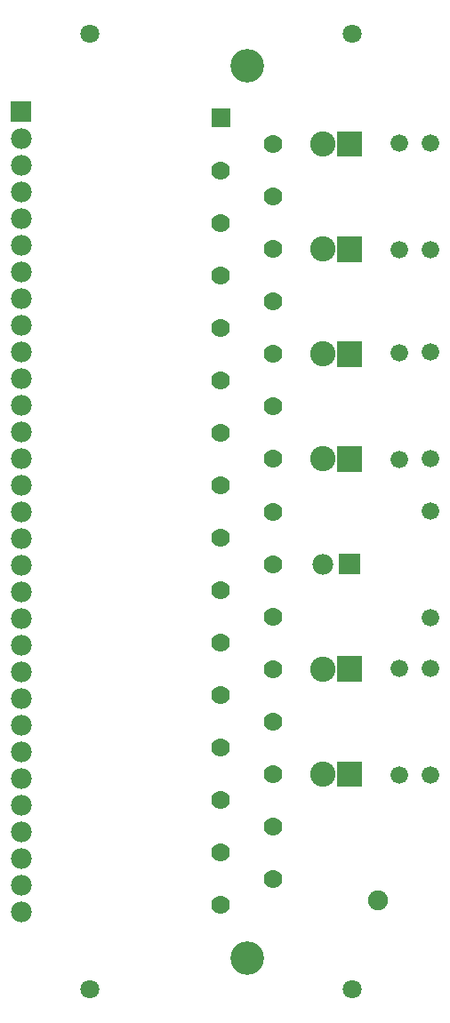
<source format=gts>
G04 start of page 7 for group -4063 idx -4063 *
G04 Title: 01.002.00.01.01.pcb, componentmask *
G04 Creator: pcb 4.1.2 *
G04 CreationDate: Sat Sep  1 10:17:40 2018 UTC *
G04 For: bert *
G04 Format: Gerber/RS-274X *
G04 PCB-Dimensions (mil): 1968.50 3937.01 *
G04 PCB-Coordinate-Origin: lower left *
%MOIN*%
%FSLAX25Y25*%
%LNGTS*%
%ADD43C,0.1260*%
%ADD42C,0.0700*%
%ADD41C,0.0750*%
%ADD40C,0.0780*%
%ADD39C,0.0710*%
%ADD38C,0.0950*%
%ADD37C,0.0001*%
%ADD36C,0.0660*%
G54D36*X157480Y334961D03*
G54D37*G36*
X134108Y339396D02*Y329896D01*
X143608D01*
Y339396D01*
X134108D01*
G37*
G54D38*X128858Y334646D03*
G54D37*G36*
X134108Y300026D02*Y290526D01*
X143608D01*
Y300026D01*
X134108D01*
G37*
G54D38*X128858Y295276D03*
G54D36*X169291Y294961D03*
Y334961D03*
X157480Y294961D03*
Y256221D03*
Y216221D03*
G54D39*X139764Y375985D03*
G54D37*G36*
X134108Y260656D02*Y251156D01*
X143608D01*
Y260656D01*
X134108D01*
G37*
G54D38*X128858Y255906D03*
G54D39*X41339Y375985D03*
G54D37*G36*
X11848Y350751D02*Y342951D01*
X19648D01*
Y350751D01*
X11848D01*
G37*
G54D40*X15748Y336851D03*
Y326851D03*
Y316851D03*
Y306851D03*
Y296851D03*
Y286851D03*
Y276851D03*
Y266851D03*
Y256851D03*
Y246851D03*
Y236851D03*
Y226851D03*
Y216851D03*
G54D36*X169291Y157166D03*
Y138111D03*
X157480D03*
X169291Y197166D03*
Y216536D03*
Y256536D03*
G54D37*G36*
X134958Y181066D02*Y173266D01*
X142758D01*
Y181066D01*
X134958D01*
G37*
G54D40*X128858Y177166D03*
G54D37*G36*
X134108Y221286D02*Y211786D01*
X143608D01*
Y221286D01*
X134108D01*
G37*
G54D38*X128858Y216536D03*
G54D36*X169291Y98111D03*
X157480D03*
G54D37*G36*
X134108Y103176D02*Y93676D01*
X143608D01*
Y103176D01*
X134108D01*
G37*
G54D38*X128858Y98426D03*
G54D37*G36*
X134108Y142546D02*Y133046D01*
X143608D01*
Y142546D01*
X134108D01*
G37*
G54D41*X149606Y51181D03*
G54D38*X128858Y137796D03*
G54D37*G36*
X87051Y347988D02*Y340988D01*
X94051D01*
Y347988D01*
X87051D01*
G37*
G54D42*X110235Y334646D03*
X90551Y324803D03*
Y305118D03*
Y285433D03*
G54D43*X100394Y364174D03*
G54D42*X110235Y314961D03*
Y295276D03*
Y275591D03*
Y255906D03*
Y236221D03*
Y216536D03*
X90551Y265748D03*
Y246063D03*
Y226378D03*
X110235Y196851D03*
Y177166D03*
Y157481D03*
Y137796D03*
X90551Y206693D03*
Y187008D03*
Y167323D03*
Y147638D03*
Y127953D03*
Y108268D03*
Y88583D03*
Y68898D03*
X110235Y118111D03*
Y98426D03*
Y78741D03*
Y59056D03*
G54D39*X41339Y17717D03*
X139764D03*
G54D42*X90551Y49213D03*
G54D43*X100394Y29528D03*
G54D40*X15748Y206851D03*
Y196851D03*
Y186851D03*
Y176851D03*
Y166851D03*
Y156851D03*
Y146851D03*
Y136851D03*
Y126851D03*
Y116851D03*
Y106851D03*
Y96851D03*
Y86851D03*
Y76851D03*
Y66851D03*
Y56851D03*
Y46851D03*
M02*

</source>
